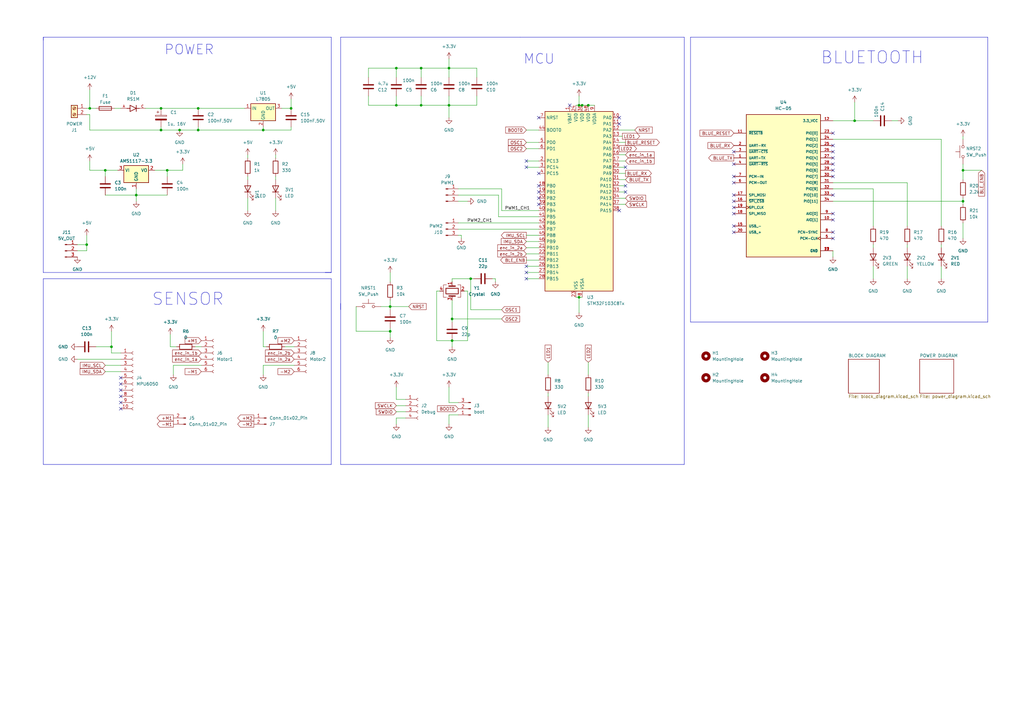
<source format=kicad_sch>
(kicad_sch (version 20230121) (generator eeschema)
  (paper "A3")
  (title_block (title "Snaaur Board") (date "14/6/2023") (rev "v0"))
  (junction (at 107.95 53.34))
  (junction (at 237.49 121.92))
  (junction (at 394.97 69.85))
  (junction (at 238.76 43.18))
  (junction (at 45.72 142.24))
  (junction (at 43.18 69.85))
  (junction (at 160.02 135.89))
  (junction (at 185.42 130.81))
  (junction (at 172.72 27.94))
  (junction (at 73.66 53.34))
  (junction (at 81.28 44.45))
  (junction (at 184.15 27.94))
  (junction (at 241.3 43.18))
  (junction (at 68.58 69.85))
  (junction (at 185.42 139.7))
  (junction (at 35.56 100.33))
  (junction (at 66.04 44.45))
  (junction (at 55.88 80.01))
  (junction (at 66.04 53.34))
  (junction (at 160.02 125.73))
  (junction (at 36.83 44.45))
  (junction (at 81.28 53.34))
  (junction (at 119.38 44.45))
  (junction (at 350.52 49.53))
  (junction (at 162.56 27.94))
  (junction (at 237.49 43.18))
  (junction (at 394.97 82.55))
  (junction (at 172.72 43.18))
  (junction (at 162.56 43.18))
  (junction (at 184.15 43.18))
  (junction (at 193.04 114.3))
  (no_connect (at 341.63 95.25))
  (no_connect (at 300.99 87.63))
  (no_connect (at 341.63 80.01))
  (no_connect (at 220.98 78.74))
  (no_connect (at 220.98 71.12))
  (no_connect (at 215.9 111.76))
  (no_connect (at 341.63 69.85))
  (no_connect (at 254 50.8))
  (no_connect (at 341.63 59.69))
  (no_connect (at 300.99 62.23))
  (no_connect (at 49.53 154.94))
  (no_connect (at 256.54 76.2))
  (no_connect (at 215.9 114.3))
  (no_connect (at 341.63 54.61))
  (no_connect (at 49.53 167.64))
  (no_connect (at 341.63 64.77))
  (no_connect (at 300.99 80.01))
  (no_connect (at 256.54 78.74))
  (no_connect (at 220.98 83.82))
  (no_connect (at 256.54 68.58))
  (no_connect (at 300.99 72.39))
  (no_connect (at 341.63 87.63))
  (no_connect (at 233.68 43.18))
  (no_connect (at 49.53 160.02))
  (no_connect (at 341.63 97.79))
  (no_connect (at 341.63 90.17))
  (no_connect (at 341.63 72.39))
  (no_connect (at 215.9 109.22))
  (no_connect (at 220.98 48.26))
  (no_connect (at 215.9 66.04))
  (no_connect (at 220.98 81.28))
  (no_connect (at 300.99 67.31))
  (no_connect (at 215.9 68.58))
  (no_connect (at 300.99 82.55))
  (no_connect (at 254 86.36))
  (no_connect (at 49.53 157.48))
  (no_connect (at 49.53 162.56))
  (no_connect (at 300.99 85.09))
  (no_connect (at 300.99 95.25))
  (no_connect (at 49.53 165.1))
  (no_connect (at 300.99 92.71))
  (no_connect (at 341.63 67.31))
  (no_connect (at 300.99 74.93))
  (no_connect (at 341.63 62.23))
  (no_connect (at 254 48.26))
  (no_connect (at 220.98 76.2))
  (polyline (pts (xy 17.78 114.3) (xy 135.89 114.3)))
  (wire (pts (xy 195.58 27.94) (xy 195.58 31.75)))
  (wire (pts (xy 224.79 161.29) (xy 224.79 162.56)))
  (wire (pts (xy 187.96 93.98) (xy 220.98 93.98)))
  (wire (pts (xy 215.9 114.3) (xy 220.98 114.3)))
  (wire (pts (xy 172.72 27.94) (xy 172.72 31.75)))
  (wire (pts (xy 172.72 39.37) (xy 172.72 43.18)))
  (wire (pts (xy 166.37 171.45) (xy 162.56 171.45)))
  (wire (pts (xy 120.65 149.86) (xy 107.95 149.86)))
  (wire (pts (xy 59.69 44.45) (xy 66.04 44.45)))
  (wire (pts (xy 45.72 144.78) (xy 45.72 142.24)))
  (wire (pts (xy 185.42 139.7) (xy 191.77 139.7)))
  (wire (pts (xy 66.04 52.07) (xy 66.04 53.34)))
  (wire (pts (xy 167.64 125.73) (xy 160.02 125.73)))
  (wire (pts (xy 224.79 148.59) (xy 224.79 153.67)))
  (wire (pts (xy 241.3 148.59) (xy 241.3 153.67)))
  (wire (pts (xy 160.02 111.76) (xy 160.02 115.57)))
  (polyline (pts (xy 283.21 132.08) (xy 405.13 132.08)))
  (wire (pts (xy 115.57 44.45) (xy 119.38 44.45)))
  (wire (pts (xy 237.49 39.37) (xy 237.49 43.18)))
  (wire (pts (xy 68.58 69.85) (xy 74.93 69.85)))
  (wire (pts (xy 36.83 44.45) (xy 39.37 44.45)))
  (wire (pts (xy 215.9 53.34) (xy 220.98 53.34)))
  (wire (pts (xy 189.23 96.52) (xy 189.23 97.79)))
  (wire (pts (xy 146.05 135.89) (xy 160.02 135.89)))
  (wire (pts (xy 35.56 96.52) (xy 35.56 100.33)))
  (wire (pts (xy 191.77 82.55) (xy 187.96 82.55)))
  (wire (pts (xy 184.15 158.75) (xy 184.15 165.1)))
  (wire (pts (xy 69.85 142.24) (xy 69.85 137.16)))
  (wire (pts (xy 162.56 168.91) (xy 166.37 168.91)))
  (wire (pts (xy 160.02 134.62) (xy 160.02 135.89)))
  (polyline (pts (xy 17.78 111.76) (xy 17.78 111.76)))
  (wire (pts (xy 71.12 149.86) (xy 71.12 153.67)))
  (wire (pts (xy 203.2 114.3) (xy 203.2 115.57)))
  (wire (pts (xy 254 83.82) (xy 256.54 83.82)))
  (wire (pts (xy 254 68.58) (xy 256.54 68.58)))
  (wire (pts (xy 386.08 57.15) (xy 341.63 57.15)))
  (wire (pts (xy 55.88 80.01) (xy 55.88 82.55)))
  (wire (pts (xy 184.15 173.99) (xy 184.15 170.18)))
  (wire (pts (xy 172.72 27.94) (xy 184.15 27.94)))
  (wire (pts (xy 224.79 170.18) (xy 224.79 175.26)))
  (wire (pts (xy 35.56 44.45) (xy 36.83 44.45)))
  (wire (pts (xy 237.49 121.92) (xy 237.49 128.27)))
  (polyline (pts (xy 280.67 15.24) (xy 280.67 190.5)))
  (wire (pts (xy 193.04 114.3) (xy 185.42 114.3)))
  (wire (pts (xy 358.14 109.22) (xy 358.14 114.3)))
  (polyline (pts (xy 139.7 190.5) (xy 139.7 124.46)))
  (wire (pts (xy 254 63.5) (xy 256.54 63.5)))
  (wire (pts (xy 151.13 27.94) (xy 162.56 27.94)))
  (wire (pts (xy 215.9 60.96) (xy 220.98 60.96)))
  (wire (pts (xy 162.56 158.75) (xy 162.56 163.83)))
  (wire (pts (xy 43.18 69.85) (xy 43.18 72.39)))
  (wire (pts (xy 394.97 69.85) (xy 402.59 69.85)))
  (wire (pts (xy 74.93 67.31) (xy 74.93 69.85)))
  (wire (pts (xy 66.04 53.34) (xy 73.66 53.34)))
  (wire (pts (xy 101.6 72.39) (xy 101.6 73.66)))
  (wire (pts (xy 69.85 142.24) (xy 72.39 142.24)))
  (wire (pts (xy 43.18 80.01) (xy 55.88 80.01)))
  (wire (pts (xy 81.28 53.34) (xy 107.95 53.34)))
  (wire (pts (xy 254 76.2) (xy 256.54 76.2)))
  (wire (pts (xy 120.65 142.24) (xy 116.84 142.24)))
  (polyline (pts (xy 135.89 190.5) (xy 135.89 114.3)))
  (wire (pts (xy 260.35 53.34) (xy 254 53.34)))
  (wire (pts (xy 184.15 27.94) (xy 195.58 27.94)))
  (wire (pts (xy 107.95 142.24) (xy 107.95 135.89)))
  (wire (pts (xy 184.15 24.13) (xy 184.15 27.94)))
  (wire (pts (xy 205.74 127) (xy 193.04 127)))
  (wire (pts (xy 190.5 119.38) (xy 191.77 119.38)))
  (wire (pts (xy 237.49 121.92) (xy 238.76 121.92)))
  (wire (pts (xy 205.74 86.36) (xy 220.98 86.36)))
  (polyline (pts (xy 135.89 111.76) (xy 135.89 15.24)))
  (wire (pts (xy 184.15 43.18) (xy 195.58 43.18)))
  (wire (pts (xy 372.11 74.93) (xy 372.11 92.71)))
  (wire (pts (xy 36.83 36.83) (xy 36.83 44.45)))
  (wire (pts (xy 35.56 102.87) (xy 35.56 100.33)))
  (wire (pts (xy 254 73.66) (xy 256.54 73.66)))
  (wire (pts (xy 358.14 77.47) (xy 341.63 77.47)))
  (wire (pts (xy 162.56 43.18) (xy 172.72 43.18)))
  (wire (pts (xy 215.9 66.04) (xy 220.98 66.04)))
  (wire (pts (xy 185.42 142.24) (xy 185.42 139.7)))
  (wire (pts (xy 341.63 49.53) (xy 350.52 49.53)))
  (wire (pts (xy 394.97 81.28) (xy 394.97 82.55)))
  (wire (pts (xy 146.05 125.73) (xy 146.05 135.89)))
  (wire (pts (xy 179.07 119.38) (xy 180.34 119.38)))
  (wire (pts (xy 394.97 57.15) (xy 394.97 55.88)))
  (wire (pts (xy 81.28 44.45) (xy 100.33 44.45)))
  (wire (pts (xy 254 78.74) (xy 256.54 78.74)))
  (wire (pts (xy 162.56 163.83) (xy 166.37 163.83)))
  (wire (pts (xy 101.6 81.28) (xy 101.6 86.36)))
  (wire (pts (xy 205.74 77.47) (xy 205.74 86.36)))
  (polyline (pts (xy 17.78 15.24) (xy 17.78 16.51)))
  (wire (pts (xy 350.52 41.91) (xy 350.52 49.53)))
  (wire (pts (xy 358.14 77.47) (xy 358.14 92.71)))
  (wire (pts (xy 187.96 91.44) (xy 220.98 91.44)))
  (wire (pts (xy 394.97 82.55) (xy 394.97 83.82)))
  (wire (pts (xy 46.99 44.45) (xy 49.53 44.45)))
  (wire (pts (xy 43.18 152.4) (xy 49.53 152.4)))
  (wire (pts (xy 386.08 109.22) (xy 386.08 114.3)))
  (wire (pts (xy 185.42 123.19) (xy 185.42 130.81)))
  (wire (pts (xy 184.15 43.18) (xy 184.15 48.26)))
  (wire (pts (xy 187.96 80.01) (xy 204.47 80.01)))
  (wire (pts (xy 185.42 130.81) (xy 185.42 132.08)))
  (wire (pts (xy 241.3 170.18) (xy 241.3 175.26)))
  (wire (pts (xy 31.75 147.32) (xy 49.53 147.32)))
  (wire (pts (xy 113.03 63.5) (xy 113.03 64.77)))
  (wire (pts (xy 109.22 142.24) (xy 107.95 142.24)))
  (polyline (pts (xy 405.13 15.24) (xy 283.21 15.24)))
  (wire (pts (xy 184.15 39.37) (xy 184.15 43.18)))
  (wire (pts (xy 113.03 72.39) (xy 113.03 73.66)))
  (wire (pts (xy 151.13 27.94) (xy 151.13 31.75)))
  (wire (pts (xy 36.83 53.34) (xy 66.04 53.34)))
  (wire (pts (xy 368.3 49.53) (xy 365.76 49.53)))
  (polyline (pts (xy 280.67 190.5) (xy 139.7 190.5)))
  (wire (pts (xy 386.08 100.33) (xy 386.08 101.6)))
  (wire (pts (xy 187.96 77.47) (xy 205.74 77.47)))
  (wire (pts (xy 185.42 114.3) (xy 185.42 115.57)))
  (wire (pts (xy 238.76 43.18) (xy 241.3 43.18)))
  (wire (pts (xy 254 81.28) (xy 256.54 81.28)))
  (wire (pts (xy 43.18 69.85) (xy 48.26 69.85)))
  (polyline (pts (xy 135.89 15.24) (xy 17.78 15.24)))
  (wire (pts (xy 215.9 106.68) (xy 220.98 106.68)))
  (wire (pts (xy 195.58 39.37) (xy 195.58 43.18)))
  (wire (pts (xy 162.56 166.37) (xy 166.37 166.37)))
  (polyline (pts (xy 17.78 114.3) (xy 17.78 190.5)))
  (wire (pts (xy 151.13 43.18) (xy 151.13 39.37)))
  (wire (pts (xy 254 58.42) (xy 256.54 58.42)))
  (wire (pts (xy 237.49 43.18) (xy 238.76 43.18)))
  (polyline (pts (xy 213.36 15.24) (xy 139.7 15.24)))
  (wire (pts (xy 107.95 53.34) (xy 107.95 52.07)))
  (wire (pts (xy 160.02 123.19) (xy 160.02 125.73)))
  (polyline (pts (xy 405.13 132.08) (xy 405.13 15.24)))
  (wire (pts (xy 215.9 104.14) (xy 220.98 104.14)))
  (wire (pts (xy 204.47 88.9) (xy 220.98 88.9)))
  (wire (pts (xy 39.37 142.24) (xy 45.72 142.24)))
  (wire (pts (xy 341.63 74.93) (xy 372.11 74.93)))
  (wire (pts (xy 372.11 109.22) (xy 372.11 114.3)))
  (wire (pts (xy 358.14 100.33) (xy 358.14 101.6)))
  (wire (pts (xy 394.97 69.85) (xy 394.97 67.31)))
  (wire (pts (xy 179.07 139.7) (xy 185.42 139.7)))
  (wire (pts (xy 254 66.04) (xy 256.54 66.04)))
  (wire (pts (xy 119.38 40.64) (xy 119.38 44.45)))
  (wire (pts (xy 386.08 92.71) (xy 386.08 57.15)))
  (polyline (pts (xy 213.36 15.24) (xy 280.67 15.24)))
  (wire (pts (xy 36.83 66.04) (xy 36.83 69.85)))
  (wire (pts (xy 162.56 27.94) (xy 172.72 27.94)))
  (wire (pts (xy 55.88 77.47) (xy 55.88 80.01)))
  (wire (pts (xy 350.52 49.53) (xy 358.14 49.53)))
  (wire (pts (xy 162.56 171.45) (xy 162.56 173.99)))
  (wire (pts (xy 201.93 114.3) (xy 203.2 114.3)))
  (wire (pts (xy 184.15 165.1) (xy 187.96 165.1)))
  (wire (pts (xy 215.9 68.58) (xy 220.98 68.58)))
  (wire (pts (xy 191.77 119.38) (xy 191.77 139.7)))
  (wire (pts (xy 372.11 100.33) (xy 372.11 101.6)))
  (wire (pts (xy 185.42 130.81) (xy 205.74 130.81)))
  (wire (pts (xy 63.5 69.85) (xy 68.58 69.85)))
  (wire (pts (xy 194.31 114.3) (xy 193.04 114.3)))
  (wire (pts (xy 82.55 142.24) (xy 80.01 142.24)))
  (wire (pts (xy 241.3 43.18) (xy 243.84 43.18)))
  (wire (pts (xy 82.55 149.86) (xy 71.12 149.86)))
  (polyline (pts (xy 133.35 111.76) (xy 135.89 111.76)))
  (wire (pts (xy 394.97 73.66) (xy 394.97 69.85)))
  (polyline (pts (xy 139.7 15.24) (xy 139.7 127)))
  (wire (pts (xy 49.53 144.78) (xy 45.72 144.78)))
  (wire (pts (xy 236.22 121.92) (xy 237.49 121.92)))
  (wire (pts (xy 66.04 44.45) (xy 81.28 44.45)))
  (wire (pts (xy 113.03 81.28) (xy 113.03 86.36)))
  (wire (pts (xy 341.63 82.55) (xy 394.97 82.55)))
  (wire (pts (xy 36.83 69.85) (xy 43.18 69.85)))
  (wire (pts (xy 156.21 125.73) (xy 160.02 125.73)))
  (wire (pts (xy 101.6 63.5) (xy 101.6 64.77)))
  (wire (pts (xy 394.97 91.44) (xy 394.97 97.79)))
  (polyline (pts (xy 17.78 190.5) (xy 135.89 190.5)))
  (wire (pts (xy 179.07 119.38) (xy 179.07 139.7)))
  (wire (pts (xy 215.9 101.6) (xy 220.98 101.6)))
  (wire (pts (xy 172.72 43.18) (xy 184.15 43.18)))
  (wire (pts (xy 215.9 58.42) (xy 220.98 58.42)))
  (wire (pts (xy 187.96 96.52) (xy 189.23 96.52)))
  (wire (pts (xy 81.28 52.07) (xy 81.28 53.34)))
  (wire (pts (xy 215.9 111.76) (xy 220.98 111.76)))
  (wire (pts (xy 35.56 100.33) (xy 31.75 100.33)))
  (wire (pts (xy 215.9 96.52) (xy 220.98 96.52)))
  (wire (pts (xy 236.22 43.18) (xy 237.49 43.18)))
  (wire (pts (xy 184.15 170.18) (xy 187.96 170.18)))
  (wire (pts (xy 151.13 43.18) (xy 162.56 43.18)))
  (wire (pts (xy 73.66 53.34) (xy 81.28 53.34)))
  (wire (pts (xy 31.75 102.87) (xy 35.56 102.87)))
  (wire (pts (xy 55.88 80.01) (xy 68.58 80.01)))
  (wire (pts (xy 241.3 161.29) (xy 241.3 162.56)))
  (wire (pts (xy 107.95 53.34) (xy 119.38 53.34)))
  (wire (pts (xy 160.02 135.89) (xy 160.02 138.43)))
  (wire (pts (xy 68.58 69.85) (xy 68.58 72.39)))
  (wire (pts (xy 107.95 149.86) (xy 107.95 153.67)))
  (wire (pts (xy 36.83 46.99) (xy 36.83 53.34)))
  (polyline (pts (xy 17.78 15.24) (xy 17.78 111.76)))
  (wire (pts (xy 160.02 125.73) (xy 160.02 127)))
  (wire (pts (xy 162.56 39.37) (xy 162.56 43.18)))
  (wire (pts (xy 184.15 27.94) (xy 184.15 31.75)))
  (polyline (pts (xy 135.89 111.76) (xy 17.78 111.76)))
  (wire (pts (xy 341.63 105.41) (xy 341.63 102.87)))
  (wire (pts (xy 204.47 80.01) (xy 204.47 88.9)))
  (wire (pts (xy 162.56 27.94) (xy 162.56 31.75)))
  (wire (pts (xy 119.38 52.07) (xy 119.38 53.34)))
  (polyline (pts (xy 283.21 15.24) (xy 283.21 132.08)))
  (wire (pts (xy 45.72 142.24) (xy 45.72 135.89)))
  (wire (pts (xy 193.04 127) (xy 193.04 114.3)))
  (wire (pts (xy 254 55.88) (xy 255.27 55.88)))
  (wire (pts (xy 254 71.12) (xy 256.54 71.12)))
  (wire (pts (xy 35.56 46.99) (xy 36.83 46.99)))
  (wire (pts (xy 215.9 109.22) (xy 220.98 109.22)))
  (wire (pts (xy 43.18 149.86) (xy 49.53 149.86)))
  (wire (pts (xy 215.9 99.06) (xy 220.98 99.06)))
  (text "BLUETOOTH\n" (at 336.55 26.67 0) (effects (font (size 5 5)) (justify left bottom)))
  (text "\n" (at 190.5 77.47 0) (effects (font (size 1.27 1.27)) (justify left bottom)))
  (text "MCU" (at 214.63 26.67 0) (effects (font (size 4 4)) (justify left bottom)))
  (text "SENSOR" (at 62.23 125.73 0) (effects (font (size 5 5)) (justify left bottom)))
  (text "POWER" (at 67.31 22.86 0) (effects (font (size 4 4)) (justify left bottom)))
  (text "\n" (at 195.58 93.98 0) (effects (font (size 1.27 1.27)) (justify left bottom)))
  (label "PWM2_CH1" (at 201.93 91.44 180))
  (label "PWM1_CH1" (at 207.01 86.36 0))
  (global_label "+M2" (shape output) (at 104.14 171.45 180) (property "Intersheetrefs" "${INTERSHEET_REFS}" (effects hide)))
  (global_label "enc_in_2b" (shape input) (at 215.9 104.14 180) (property "Intersheetrefs" "${INTERSHEET_REFS}" (effects hide)))
  (global_label "+M1" (shape input) (at 82.55 139.7 180) (property "Intersheetrefs" "${INTERSHEET_REFS}" (effects hide)))
  (global_label "IMU_SCL" (shape output) (at 215.9 96.52 180) (property "Intersheetrefs" "${INTERSHEET_REFS}" (effects hide)))
  (global_label "BLE_ENB" (shape input) (at 402.59 69.85 270) (property "Intersheetrefs" "${INTERSHEET_REFS}" (effects hide)))
  (global_label "enc_in_1a" (shape input) (at 256.54 63.5 0) (property "Intersheetrefs" "${INTERSHEET_REFS}" (effects hide)))
  (global_label "BOOT0" (shape input) (at 215.9 53.34 180) (property "Intersheetrefs" "${INTERSHEET_REFS}" (effects hide)))
  (global_label "BOOT0" (shape input) (at 187.96 167.64 180) (property "Intersheetrefs" "${INTERSHEET_REFS}" (effects hide)))
  (global_label "+M2" (shape input) (at 120.65 139.7 180) (property "Intersheetrefs" "${INTERSHEET_REFS}" (effects hide)))
  (global_label "BLUE_RESET" (shape input) (at 300.99 54.61 180) (property "Intersheetrefs" "${INTERSHEET_REFS}" (effects hide)))
  (global_label "LED2" (shape input) (at 241.3 148.59 90) (property "Intersheetrefs" "${INTERSHEET_REFS}" (effects hide)))
  (global_label "NRST" (shape input) (at 260.35 53.34 0) (property "Intersheetrefs" "${INTERSHEET_REFS}" (effects hide)))
  (global_label "OSC1" (shape input) (at 215.9 58.42 180) (property "Intersheetrefs" "${INTERSHEET_REFS}" (effects hide)))
  (global_label "-M1" (shape output) (at 71.12 173.99 180) (property "Intersheetrefs" "${INTERSHEET_REFS}" (effects hide)))
  (global_label "-M1" (shape input) (at 82.55 152.4 180) (property "Intersheetrefs" "${INTERSHEET_REFS}" (effects hide)))
  (global_label "BLUE_TX" (shape output) (at 300.99 64.77 180) (property "Intersheetrefs" "${INTERSHEET_REFS}" (effects hide)))
  (global_label "OSC2" (shape input) (at 215.9 60.96 180) (property "Intersheetrefs" "${INTERSHEET_REFS}" (effects hide)))
  (global_label "LED1" (shape output) (at 255.27 55.88 0) (property "Intersheetrefs" "${INTERSHEET_REFS}" (effects hide)))
  (global_label "SWDIO" (shape input) (at 162.56 168.91 180) (property "Intersheetrefs" "${INTERSHEET_REFS}" (effects hide)))
  (global_label "BLUE_RX" (shape input) (at 300.99 59.69 180) (property "Intersheetrefs" "${INTERSHEET_REFS}" (effects hide)))
  (global_label "BLE_ENB" (shape output) (at 215.9 106.68 180) (property "Intersheetrefs" "${INTERSHEET_REFS}" (effects hide)))
  (global_label "OSC2" (shape input) (at 205.74 130.81 0) (property "Intersheetrefs" "${INTERSHEET_REFS}" (effects hide)))
  (global_label "-M2" (shape input) (at 120.65 152.4 180) (property "Intersheetrefs" "${INTERSHEET_REFS}" (effects hide)))
  (global_label "+M1" (shape output) (at 71.12 171.45 180) (property "Intersheetrefs" "${INTERSHEET_REFS}" (effects hide)))
  (global_label "SWDIO" (shape input) (at 256.54 81.28 0) (property "Intersheetrefs" "${INTERSHEET_REFS}" (effects hide)))
  (global_label "enc_in_2b" (shape input) (at 120.65 144.78 180) (property "Intersheetrefs" "${INTERSHEET_REFS}" (effects hide)))
  (global_label "SWCLK" (shape input) (at 256.54 83.82 0) (property "Intersheetrefs" "${INTERSHEET_REFS}" (effects hide)))
  (global_label "LED1" (shape input) (at 224.79 148.59 90) (property "Intersheetrefs" "${INTERSHEET_REFS}" (effects hide)))
  (global_label "OSC1" (shape input) (at 205.74 127 0) (property "Intersheetrefs" "${INTERSHEET_REFS}" (effects hide)))
  (global_label "IMU_SDA" (shape input) (at 43.18 152.4 180) (property "Intersheetrefs" "${INTERSHEET_REFS}" (effects hide)))
  (global_label "SWCLK" (shape input) (at 162.56 166.37 180) (property "Intersheetrefs" "${INTERSHEET_REFS}" (effects hide)))
  (global_label "BLUE_RESET" (shape output) (at 256.54 58.42 0) (property "Intersheetrefs" "${INTERSHEET_REFS}" (effects hide)))
  (global_label "NRST" (shape input) (at 167.64 125.73 0) (property "Intersheetrefs" "${INTERSHEET_REFS}" (effects hide)))
  (global_label "BLUE_RX" (shape output) (at 256.54 71.12 0) (property "Intersheetrefs" "${INTERSHEET_REFS}" (effects hide)))
  (global_label "LED2" (shape output) (at 254 60.96 0) (property "Intersheetrefs" "${INTERSHEET_REFS}" (effects hide)))
  (global_label "enc_in_1b" (shape input) (at 82.55 144.78 180) (property "Intersheetrefs" "${INTERSHEET_REFS}" (effects hide)))
  (global_label "enc_in_2a" (shape input) (at 215.9 101.6 180) (property "Intersheetrefs" "${INTERSHEET_REFS}" (effects hide)))
  (global_label "BLUE_TX" (shape input) (at 256.54 73.66 0) (property "Intersheetrefs" "${INTERSHEET_REFS}" (effects hide)))
  (global_label "enc_in_1a" (shape input) (at 82.55 147.32 180) (property "Intersheetrefs" "${INTERSHEET_REFS}" (effects hide)))
  (global_label "enc_in_1b" (shape input) (at 256.54 66.04 0) (property "Intersheetrefs" "${INTERSHEET_REFS}" (effects hide)))
  (global_label "IMU_SCL" (shape input) (at 43.18 149.86 180) (property "Intersheetrefs" "${INTERSHEET_REFS}" (effects hide)))
  (global_label "enc_in_2a" (shape input) (at 120.65 147.32 180) (property "Intersheetrefs" "${INTERSHEET_REFS}" (effects hide)))
  (global_label "-M2" (shape output) (at 104.14 173.99 180) (property "Intersheetrefs" "${INTERSHEET_REFS}" (effects hide)))
  (global_label "IMU_SDA" (shape input) (at 215.9 99.06 180) (property "Intersheetrefs" "${INTERSHEET_REFS}" (effects hide)))
  (symbol (lib_id "Device:R") (at 113.03 68.58 0) (unit 1)
    (property "Reference" "R2" (at 115.57 67.31 0) (effects (justify left)))
    (property "Value" "330" (at 115.57 69.85 0) (effects (justify left)))
    (property "Footprint" "Resistor_SMD:R_0603_1608Metric_Pad0.98x0.95mm_HandSolder" (effects hide))
  )
  (symbol (lib_id "power:+3.3V") (at 45.72 135.89 0) (unit 1)
    (property "Reference" "#PWR042" (effects hide))
    (property "Value" "+3.3V" (at 45.72 130.81 0))
  )
  (symbol (lib_id "Connector:Conn_01x06_Socket") (at 87.63 144.78 0) (unit 1)
    (property "Reference" "J6" (at 88.9 144.78 0) (effects (justify left)))
    (property "Value" "Motor1" (at 88.9 147.32 0) (effects (justify left)))
    (property "Footprint" "Connector_PinHeader_2.54mm:PinHeader_1x06_P2.54mm_Vertical" (effects hide))
  )
  (symbol (lib_id "power:+5V") (at 36.83 66.04 0) (unit 1)
    (property "Reference" "#PWR06" (effects hide))
    (property "Value" "+5V" (at 36.83 60.96 0))
  )
  (symbol (lib_id "power:GND") (at 341.63 105.41 0) (unit 1)
    (property "Reference" "#PWR024" (effects hide))
    (property "Value" "GND" (at 341.63 110.49 0))
  )
  (symbol (lib_id "power:GND") (at 113.03 86.36 0) (unit 1)
    (property "Reference" "#PWR010" (effects hide))
    (property "Value" "GND" (at 113.03 91.44 0))
  )
  (symbol (lib_id "Device:LED") (at 372.11 105.41 90) (unit 1)
    (property "Reference" "2V2" (at 375.92 105.7275 90) (effects (justify right)))
    (property "Value" "YELLOW" (at 375.92 108.2675 90) (effects (justify right)))
    (property "Footprint" "LED_SMD:LED_0603_1608Metric_Pad1.05x0.95mm_HandSolder" (effects hide))
  )
  (symbol (lib_id "Device:R") (at 386.08 96.52 0) (unit 1)
    (property "Reference" "R16" (at 388.62 95.25 0) (effects (justify left)))
    (property "Value" "470" (at 388.62 97.79 0) (effects (justify left)))
    (property "Footprint" "Resistor_SMD:R_0603_1608Metric_Pad0.98x0.95mm_HandSolder" (effects hide))
  )
  (symbol (lib_id "power:GND") (at 372.11 114.3 0) (unit 1)
    (property "Reference" "#PWR050" (effects hide))
    (property "Value" "GND" (at 372.11 119.38 0))
  )
  (symbol (lib_id "Device:R") (at 101.6 68.58 0) (unit 1)
    (property "Reference" "R1" (at 104.14 67.31 0) (effects (justify left)))
    (property "Value" "1k" (at 104.14 69.85 0) (effects (justify left)))
    (property "Footprint" "Resistor_SMD:R_0603_1608Metric_Pad0.98x0.95mm_HandSolder" (effects hide))
  )
  (symbol (lib_id "Connector:Conn_01x02_Pin") (at 76.2 173.99 180) (unit 1)
    (property "Reference" "J5" (at 77.47 171.45 0) (effects (justify right)))
    (property "Value" "Conn_01x02_Pin" (at 77.47 173.99 0) (effects (justify right)))
    (property "Footprint" "Connector_PinHeader_2.54mm:PinHeader_1x02_P2.54mm_Vertical" (effects hide))
  )
  (symbol (lib_id "Device:LED") (at 241.3 166.37 90) (unit 1)
    (property "Reference" "5V3" (at 245.11 166.6875 90) (effects (justify right)))
    (property "Value" "LED" (at 245.11 169.2275 90) (effects (justify right)))
    (property "Footprint" "LED_SMD:LED_0603_1608Metric_Pad1.05x0.95mm_HandSolder" (effects hide))
  )
  (symbol (lib_id "power:GND") (at 203.2 115.57 0) (unit 1)
    (property "Reference" "#PWR09" (effects hide))
    (property "Value" "GND" (at 203.2 120.65 0))
  )
  (symbol (lib_id "Device:C") (at 81.28 48.26 180) (unit 1)
    (property "Reference" "C2" (at 85.09 46.99 0) (effects (justify right)))
    (property "Value" "100nF,50V" (at 85.09 49.53 0) (effects (justify right)))
    (property "Footprint" "Capacitor_SMD:C_0603_1608Metric_Pad1.08x0.95mm_HandSolder" (effects hide))
  )
  (symbol (lib_id "Device:LED") (at 386.08 105.41 90) (unit 1)
    (property "Reference" "2V1" (at 389.89 105.7275 90) (effects (justify right)))
    (property "Value" "RED" (at 389.89 108.2675 90) (effects (justify right)))
    (property "Footprint" "LED_SMD:LED_0603_1608Metric_Pad1.05x0.95mm_HandSolder" (effects hide))
  )
  (symbol (lib_id "Device:R") (at 113.03 142.24 90) (unit 1)
    (property "Reference" "R7" (at 113.03 135.89 90))
    (property "Value" "0" (at 113.03 138.43 90))
    (property "Footprint" "Resistor_SMD:R_0603_1608Metric_Pad0.98x0.95mm_HandSolder" (effects hide))
  )
  (symbol (lib_id "Device:C") (at 172.72 35.56 0) (mirror y) (unit 1)
    (property "Reference" "C6" (at 176.53 36.83 0) (effects (justify right)))
    (property "Value" "100n" (at 176.53 34.29 0) (effects (justify right)))
    (property "Footprint" "Capacitor_SMD:C_0603_1608Metric_Pad1.08x0.95mm_HandSolder" (effects hide))
  )
  (symbol (lib_id "power:GND") (at 31.75 147.32 270) (unit 1)
    (property "Reference" "#PWR041" (effects hide))
    (property "Value" "GND" (at 27.94 147.32 90) (effects (justify right)))
  )
  (symbol (lib_id "power:+3.3V") (at 394.97 55.88 0) (unit 1)
    (property "Reference" "#PWR052" (effects hide))
    (property "Value" "+3.3V" (at 394.97 50.8 0))
  )
  (symbol (lib_id "Connector:Conn_01x03_Pin") (at 182.88 80.01 0) (unit 1)
    (property "Reference" "J9" (at 183.515 72.39 0))
    (property "Value" "PWM1" (at 183.515 74.93 0))
    (property "Footprint" "Connector:FanPinHeader_1x03_P2.54mm_Vertical" (effects hide))
  )
  (symbol (lib_id "Switch:SW_Push") (at 151.13 125.73 0) (unit 1)
    (property "Reference" "NRST1" (at 151.13 118.11 0))
    (property "Value" "SW_Push" (at 151.13 120.65 0))
    (property "Footprint" "Button_Switch_SMD:SW_DIP_SPSTx01_Slide_6.7x4.1mm_W6.73mm_P2.54mm_LowProfile_JPin" (effects hide))
  )
  (symbol (lib_id "MCU_ST_STM32F1:STM32F103C8Tx") (at 236.22 83.82 0) (unit 1)
    (property "Reference" "U3" (at 240.7159 121.92 0) (effects (justify left)))
    (property "Value" "STM32F103C8Tx" (at 240.7159 124.46 0) (effects (justify left)))
    (property "Footprint" "Package_QFP:LQFP-48_7x7mm_P0.5mm" (effects hide))
    (property "Datasheet" "https://www.st.com/resource/en/datasheet/stm32f103c8.pdf" (effects hide))
  )
  (symbol (lib_id "Device:R") (at 76.2 142.24 90) (unit 1)
    (property "Reference" "R6" (at 76.2 135.89 90))
    (property "Value" "0" (at 76.2 138.43 90))
    (property "Footprint" "Resistor_SMD:R_0603_1608Metric_Pad0.98x0.95mm_HandSolder" (effects hide))
  )
  (symbol (lib_id "RS1M:RS1M") (at 54.61 44.45 0) (unit 1)
    (property "Reference" "D1" (at 54.61 38.1 0))
    (property "Value" "RS1M" (at 54.61 40.64 0))
    (property "Footprint" "RS1M:DIOM4330X250N" (effects hide))
    (property "PARTREV" "1.0" (effects hide))
    (property "MANUFACTURER" "Taiwan Semiconductor" (effects hide))
    (property "SNAPEDA_PN" "RS1A" (effects hide))
    (property "MAXIMUM_PACKAGE_HEIGHT" "2.5mm" (effects hide))
    (property "STANDARD" "IPC-7351B" (effects hide))
  )
  (symbol (lib_id "Device:LED") (at 358.14 105.41 90) (unit 1)
    (property "Reference" "2V3" (at 361.95 105.7275 90) (effects (justify right)))
    (property "Value" "GREEN" (at 361.95 108.2675 90) (effects (justify right)))
    (property "Footprint" "LED_SMD:LED_0603_1608Metric_Pad1.05x0.95mm_HandSolder" (effects hide))
  )
  (symbol (lib_id "Device:LED") (at 224.79 166.37 90) (unit 1)
    (property "Reference" "5V2" (at 228.6 166.6875 90) (effects (justify right)))
    (property "Value" "LED" (at 228.6 169.2275 90) (effects (justify right)))
    (property "Footprint" "LED_SMD:LED_0603_1608Metric_Pad1.05x0.95mm_HandSolder" (effects hide))
  )
  (symbol (lib_id "Device:C") (at 184.15 35.56 0) (mirror y) (unit 1)
    (property "Reference" "C8" (at 187.96 36.83 0) (effects (justify right)))
    (property "Value" "100n" (at 187.96 34.29 0) (effects (justify right)))
    (property "Footprint" "Capacitor_SMD:C_0603_1608Metric_Pad1.08x0.95mm_HandSolder" (effects hide))
  )
  (symbol (lib_id "power:+12V") (at 36.83 36.83 0) (unit 1)
    (property "Reference" "#PWR01" (effects hide))
    (property "Value" "+12V" (at 36.83 31.75 0))
  )
  (symbol (lib_id "Device:C") (at 68.58 76.2 180) (unit 1)
    (property "Reference" "C4" (at 72.39 74.93 0) (effects (justify right)))
    (property "Value" "100n" (at 72.39 77.47 0) (effects (justify right)))
    (property "Footprint" "Capacitor_SMD:C_0603_1608Metric_Pad1.08x0.95mm_HandSolder" (effects hide))
  )
  (symbol (lib_id "power:GND") (at 241.3 175.26 0) (unit 1)
    (property "Reference" "#PWR039" (effects hide))
    (property "Value" "GND" (at 241.3 180.34 0))
  )
  (symbol (lib_id "power:+5V") (at 101.6 63.5 0) (unit 1)
    (property "Reference" "#PWR04" (effects hide))
    (property "Value" "+5V" (at 101.6 58.42 0))
  )
  (symbol (lib_id "Connector:Conn_01x03_Pin") (at 182.88 93.98 0) (unit 1)
    (property "Reference" "J10" (at 181.61 95.25 0) (effects (justify right)))
    (property "Value" "PWM2" (at 181.61 92.71 0) (effects (justify right)))
    (property "Footprint" "Connector:FanPinHeader_1x03_P2.54mm_Vertical" (effects hide))
  )
  (symbol (lib_id "Device:R") (at 224.79 157.48 0) (unit 1)
    (property "Reference" "R8" (at 227.33 156.21 0) (effects (justify left)))
    (property "Value" "330" (at 227.33 158.75 0) (effects (justify left)))
    (property "Footprint" "Resistor_SMD:R_0603_1608Metric_Pad0.98x0.95mm_HandSolder" (effects hide))
  )
  (symbol (lib_id "Connector:Conn_01x06_Socket") (at 125.73 144.78 0) (unit 1)
    (property "Reference" "J8" (at 127 144.78 0) (effects (justify left)))
    (property "Value" "Motor2" (at 127 147.32 0) (effects (justify left)))
    (property "Footprint" "Connector_PinHeader_2.54mm:PinHeader_1x06_P2.54mm_Vertical" (effects hide))
  )
  (symbol (lib_id "Device:R") (at 372.11 96.52 0) (unit 1)
    (property "Reference" "R17" (at 374.65 95.25 0) (effects (justify left)))
    (property "Value" "470" (at 374.65 97.79 0) (effects (justify left)))
    (property "Footprint" "Resistor_SMD:R_0603_1608Metric_Pad0.98x0.95mm_HandSolder" (effects hide))
  )
  (symbol (lib_id "Device:C") (at 361.95 49.53 270) (unit 1)
    (property "Reference" "C14" (at 361.95 45.72 0) (effects (justify right)))
    (property "Value" "100n" (at 359.41 48.26 0) (effects (justify right)))
    (property "Footprint" "Capacitor_SMD:C_0603_1608Metric_Pad1.08x0.95mm_HandSolder" (effects hide))
  )
  (symbol (lib_id "Connector:Conn_01x03_Pin") (at 26.67 102.87 0) (unit 1)
    (property "Reference" "J11" (at 27.305 95.25 0))
    (property "Value" "5V_OUT" (at 27.305 97.79 0))
    (property "Footprint" "Connector_PinHeader_2.54mm:PinHeader_1x03_P2.54mm_Vertical" (effects hide))
  )
  (symbol (lib_id "Device:R") (at 394.97 87.63 0) (unit 1)
    (property "Reference" "R21" (at 397.51 86.36 0) (effects (justify left)))
    (property "Value" "10k" (at 397.51 88.9 0) (effects (justify left)))
    (property "Footprint" "Resistor_SMD:R_0603_1608Metric_Pad0.98x0.95mm_HandSolder" (effects hide))
  )
  (symbol (lib_id "power:+3.3V") (at 69.85 137.16 0) (unit 1)
    (property "Reference" "#PWR043" (effects hide))
    (property "Value" "+3.3V" (at 69.85 132.08 0))
  )
  (symbol (lib_id "power:+3.3V") (at 237.49 39.37 0) (unit 1)
    (property "Reference" "#PWR020" (effects hide))
    (property "Value" "+3.3V" (at 237.49 34.29 0))
  )
  (symbol (lib_id "power:GND") (at 162.56 173.99 0) (unit 1)
    (property "Reference" "#PWR012" (effects hide))
    (property "Value" "GND" (at 162.56 179.07 0))
  )
  (symbol (lib_id "power:+3.3V") (at 160.02 111.76 0) (unit 1)
    (property "Reference" "#PWR013" (effects hide))
    (property "Value" "+3.3V" (at 160.02 106.68 0))
  )
  (symbol (lib_id "power:GND") (at 184.15 173.99 0) (unit 1)
    (property "Reference" "#PWR018" (effects hide))
    (property "Value" "GND" (at 184.15 179.07 0))
  )
  (symbol (lib_id "power:+3.3V") (at 184.15 24.13 0) (unit 1)
    (property "Reference" "#PWR015" (effects hide))
    (property "Value" "+3.3V" (at 184.15 19.05 0))
  )
  (symbol (lib_id "Connector:Screw_Terminal_01x02") (at 30.48 44.45 0) (mirror y) (unit 1)
    (property "Reference" "J1" (at 30.48 53.34 0))
    (property "Value" "POWER" (at 30.48 50.8 0))
    (property "Footprint" "TerminalBlock:TerminalBlock_Altech_AK300-2_P5.00mm" (effects hide))
  )
  (symbol (lib_id "power:GND") (at 191.77 82.55 90) (unit 1)
    (property "Reference" "#PWR061" (effects hide))
    (property "Value" "GND" (at 195.58 82.55 90) (effects (justify right)))
  )
  (symbol (lib_id "power:+5V") (at 119.38 40.64 0) (unit 1)
    (property "Reference" "#PWR03" (effects hide))
    (property "Value" "+5V" (at 119.38 35.56 0))
  )
  (symbol (lib_id "power:GND") (at 237.49 128.27 0) (unit 1)
    (property "Reference" "#PWR021" (effects hide))
    (property "Value" "GND" (at 237.49 133.35 0))
  )
  (symbol (lib_id "Device:R") (at 160.02 119.38 0) (unit 1)
    (property "Reference" "R3" (at 162.56 118.11 0) (effects (justify left)))
    (property "Value" "10k" (at 162.56 120.65 0) (effects (justify left)))
    (property "Footprint" "Resistor_SMD:R_0603_1608Metric_Pad0.98x0.95mm_HandSolder" (effects hide))
  )
  (symbol (lib_id "Device:C") (at 195.58 35.56 0) (mirror y) (unit 1)
    (property "Reference" "C10" (at 199.39 36.83 0) (effects (justify right)))
    (property "Value" "100n" (at 199.39 34.29 0) (effects (justify right)))
    (property "Footprint" "Capacitor_SMD:C_0603_1608Metric_Pad1.08x0.95mm_HandSolder" (effects hide))
  )
  (symbol (lib_id "Mechanical:MountingHole") (at 313.69 154.94 0) (unit 1)
    (property "Reference" "H4" (at 316.23 153.67 0) (effects (justify left)))
    (property "Value" "MountingHole" (at 316.23 156.21 0) (effects (justify left)))
    (property "Footprint" "MountingHole:MountingHole_3.5mm" (effects hide))
  )
  (symbol (lib_id "power:GND") (at 224.79 175.26 0) (unit 1)
    (property "Reference" "#PWR038" (effects hide))
    (property "Value" "GND" (at 224.79 180.34 0))
  )
  (symbol (lib_id "Device:C_Polarized") (at 66.04 48.26 0) (unit 1)
    (property "Reference" "C1" (at 69.85 46.101 0) (effects (justify left)))
    (property "Value" "1u, 16V" (at 68.58 50.8 0) (effects (justify left)))
    (property "Footprint" "Capacitor_Tantalum_SMD:CP_EIA-3216-18_Kemet-A_Pad1.58x1.35mm_HandSolder" (effects hide))
  )
  (symbol (lib_id "Regulator_Linear:AMS1117-3.3") (at 55.88 69.85 0) (unit 1)
    (property "Reference" "U2" (at 55.88 63.5 0))
    (property "Value" "AMS1117-3.3" (at 55.88 66.04 0))
    (property "Footprint" "Package_TO_SOT_SMD:SOT-223-3_TabPin2" (effects hide))
    (property "Datasheet" "http://www.advanced-monolithic.com/pdf/ds1117.pdf" (effects hide))
  )
  (symbol (lib_id "power:GND") (at 71.12 153.67 0) (unit 1)
    (property "Reference" "#PWR044" (effects hide))
    (property "Value" "GND" (at 71.12 158.75 0))
  )
  (symbol (lib_id "Device:C") (at 43.18 76.2 180) (unit 1)
    (property "Reference" "C3" (at 46.99 74.93 0) (effects (justify right)))
    (property "Value" "100n" (at 46.99 77.47 0) (effects (justify right)))
    (property "Footprint" "Capacitor_SMD:C_0603_1608Metric_Pad1.08x0.95mm_HandSolder" (effects hide))
  )
  (symbol (lib_id "power:+3.3V") (at 107.95 135.89 0) (unit 1)
    (property "Reference" "#PWR047" (effects hide))
    (property "Value" "+3.3V" (at 107.95 130.81 0))
  )
  (symbol (lib_id "power:GND") (at 73.66 53.34 0) (unit 1)
    (property "Reference" "#PWR02" (effects hide))
    (property "Value" "GND" (at 73.66 58.42 0))
  )
  (symbol (lib_id "Device:R") (at 394.97 77.47 0) (unit 1)
    (property "Reference" "R20" (at 397.51 76.2 0) (effects (justify left)))
    (property "Value" "2.2k" (at 397.51 78.74 0) (effects (justify left)))
    (property "Footprint" "Resistor_SMD:R_0603_1608Metric_Pad0.98x0.95mm_HandSolder" (effects hide))
  )
  (symbol (lib_id "power:GND") (at 394.97 97.79 0) (unit 1)
    (property "Reference" "#PWR053" (effects hide))
    (property "Value" "GND" (at 394.97 102.87 0))
  )
  (symbol (lib_id "power:GND") (at 101.6 86.36 0) (unit 1)
    (property "Reference" "#PWR05" (effects hide))
    (property "Value" "GND" (at 101.6 91.44 0))
  )
  (symbol (lib_id "power:+3.3V") (at 350.52 41.91 0) (unit 1)
    (property "Reference" "#PWR022" (effects hide))
    (property "Value" "+3.3V" (at 350.52 36.83 0))
  )
  (symbol (lib_id "power:GND") (at 160.02 138.43 0) (unit 1)
    (property "Reference" "#PWR014" (effects hide))
    (property "Value" "GND" (at 160.02 143.51 0))
  )
  (symbol (lib_id "Device:LED") (at 113.03 77.47 90) (unit 1)
    (property "Reference" "3V1" (at 116.84 77.7875 90) (effects (justify right)))
    (property "Value" "LED" (at 116.84 80.3275 90) (effects (justify right)))
    (property "Footprint" "LED_SMD:LED_0603_1608Metric_Pad1.05x0.95mm_HandSolder" (effects hide))
  )
  (symbol (lib_id "power:+3.3V") (at 113.03 63.5 0) (unit 1)
    (property "Reference" "#PWR025" (effects hide))
    (property "Value" "+3.3V" (at 113.03 58.42 0))
  )
  (symbol (lib_id "Device:C") (at 35.56 142.24 270) (unit 1)
    (property "Reference" "C13" (at 35.56 134.62 90))
    (property "Value" "100n" (at 35.56 137.16 90))
    (property "Footprint" "Capacitor_SMD:C_0603_1608Metric_Pad1.08x0.95mm_HandSolder" (effects hide))
  )
  (symbol (lib_id "Mechanical:MountingHole") (at 289.56 154.94 0) (unit 1)
    (property "Reference" "H2" (at 292.1 153.67 0) (effects (justify left)))
    (property "Value" "MountingHole" (at 292.1 156.21 0) (effects (justify left)))
    (property "Footprint" "MountingHole:MountingHole_3.5mm" (effects hide))
  )
  (symbol (lib_id "Device:C") (at 185.42 135.89 0) (unit 1)
    (property "Reference" "C9" (at 189.23 134.62 0) (effects (justify left)))
    (property "Value" "22p" (at 189.23 137.16 0) (effects (justify left)))
    (property "Footprint" "Capacitor_SMD:C_0603_1608Metric_Pad1.08x0.95mm_HandSolder" (effects hide))
  )
  (symbol (lib_id "Device:C") (at 160.02 130.81 180) (unit 1)
    (property "Reference" "C7" (at 163.83 129.54 0) (effects (justify right)))
    (property "Value" "100n" (at 163.83 132.08 0) (effects (justify right)))
    (property "Footprint" "Capacitor_SMD:C_0603_1608Metric_Pad1.08x0.95mm_HandSolder" (effects hide))
  )
  (symbol (lib_id "Device:C") (at 151.13 35.56 0) (mirror y) (unit 1)
    (property "Reference" "C12" (at 154.94 36.83 0) (effects (justify right)))
    (property "Value" "4.7u" (at 154.94 34.29 0) (effects (justify right)))
    (property "Footprint" "Capacitor_SMD:C_0603_1608Metric_Pad1.08x0.95mm_HandSolder" (effects hide))
  )
  (symbol (lib_id "power:GND") (at 358.14 114.3 0) (unit 1)
    (property "Reference" "#PWR051" (effects hide))
    (property "Value" "GND" (at 358.14 119.38 0))
  )
  (symbol (lib_id "Mechanical:MountingHole") (at 289.56 146.05 0) (unit 1)
    (property "Reference" "H1" (at 292.1 144.78 0) (effects (justify left)))
    (property "Value" "MountingHole" (at 292.1 147.32 0) (effects (justify left)))
    (property "Footprint" "MountingHole:MountingHole_3.5mm" (effects hide))
  )
  (symbol (lib_id "Connector:Conn_01x03_Pin") (at 193.04 167.64 180) (unit 1)
    (property "Reference" "J3" (at 194.31 166.37 0) (effects (justify right)))
    (property "Value" "boot" (at 194.31 168.91 0) (effects (justify right)))
    (property "Footprint" "Connector_PinHeader_2.54mm:PinHeader_1x03_P2.54mm_Vertical" (effects hide))
  )
  (symbol (lib_id "power:GND") (at 189.23 97.79 0) (mirror y) (unit 1)
    (property "Reference" "#PWR062" (effects hide))
    (property "Value" "GND" (at 189.23 101.6 0))
  )
  (symbol (lib_id "Device:Crystal_GND24") (at 185.42 119.38 270) (unit 1)
    (property "Reference" "Y1" (at 195.58 118.11 90))
    (property "Value" "Crystal" (at 195.58 120.65 90))
    (property "Footprint" "Crystal:Crystal_SMD_3225-4Pin_3.2x2.5mm_HandSoldering" (effects hide))
  )
  (symbol (lib_id "Device:LED") (at 101.6 77.47 90) (unit 1)
    (property "Reference" "5V1" (at 105.41 77.7875 0) (effects (justify right)))
    (property "Value" "LED" (at 105.41 80.3275 90) (effects (justify right)))
    (property "Footprint" "LED_SMD:LED_0603_1608Metric_Pad1.05x0.95mm_HandSolder" (effects hide))
  )
  (symbol (lib_id "HC-05:HC-05") (at 321.31 77.47 0) (unit 1)
    (property "Reference" "U4" (at 321.31 41.91 0))
    (property "Value" "HC-05" (at 321.31 44.45 0))
    (property "Footprint" "HC-05:XCVR_HC-05" (effects hide))
    (property "PARTREV" "v1.0" (effects hide))
    (property "MF" "HuiCheng" (effects hide))
    (property "STANDARD" "Manufacturer Recommendations" (effects hide))
  )
  (symbol (lib_id "power:GND") (at 386.08 114.3 0) (unit 1)
    (property "Reference" "#PWR049" (effects hide))
    (property "Value" "GND" (at 386.08 119.38 0))
  )
  (symbol (lib_id "Connector:Conn_01x10_Socket") (at 54.61 154.94 0) (unit 1)
    (property "Reference" "J4" (at 55.88 154.94 0) (effects (justify left)))
    (property "Value" "MPU6050" (at 55.88 157.48 0) (effects (justify left)))
    (property "Footprint" "Connector_PinHeader_2.54mm:PinHeader_1x10_P2.54mm_Vertical" (effects hide))
  )
  (symbol (lib_id "power:+5V") (at 35.56 96.52 0) (unit 1)
    (property "Reference" "#PWR028" (effects hide))
    (property "Value" "+5V" (at 35.56 91.44 0))
  )
  (symbol (lib_id "Device:C") (at 119.38 48.26 180) (unit 1)
    (property "Reference" "C15" (at 123.19 46.99 0) (effects (justify right)))
    (property "Value" "100nF,50V" (at 123.19 49.53 0) (effects (justify right)))
    (property "Footprint" "Capacitor_SMD:C_0603_1608Metric_Pad1.08x0.95mm_HandSolder" (effects hide))
  )
  (symbol (lib_id "Connector:Conn_01x04_Socket") (at 171.45 166.37 0) (unit 1)
    (property "Reference" "J2" (at 172.72 166.37 0) (effects (justify left)))
    (property "Value" "Debug" (at 172.72 168.91 0) (effects (justify left)))
    (property "Footprint" "Connector_PinHeader_2.54mm:PinHeader_1x04_P2.54mm_Vertical" (effects hide))
  )
  (symbol (lib_id "power:GND") (at 31.75 142.24 270) (unit 1)
    (property "Reference" "#PWR040" (effects hide))
    (property "Value" "GND" (at 27.94 142.24 90) (effects (justify right)))
  )
  (symbol (lib_id "power:+3.3V") (at 74.93 67.31 0) (unit 1)
    (property "Reference" "#PWR08" (effects hide))
    (property "Value" "+3.3V" (at 74.93 62.23 0))
  )
  (symbol (lib_id "Regulator_Linear:L7805") (at 107.95 44.45 0) (unit 1)
    (property "Reference" "U1" (at 107.95 38.1 0))
    (property "Value" "L7805" (at 107.95 40.64 0))
    (property "Footprint" "Package_TO_SOT_SMD:TO-252-2" (effects hide))
    (property "Datasheet" "http://www.st.com/content/ccc/resource/technical/document/datasheet/41/4f/b3/b0/12/d4/47/88/CD00000444.pdf/files/CD00000444.pdf/jcr:content/translations/en.CD00000444.pdf" (effects hide))
  )
  (symbol (lib_id "power:+3.3V") (at 162.56 158.75 0) (unit 1)
    (property "Reference" "#PWR011" (effects hide))
    (property "Value" "+3.3V" (at 162.56 153.67 0))
  )
  (symbol (lib_id "Device:R") (at 358.14 96.52 0) (unit 1)
    (property "Reference" "R19" (at 360.68 95.25 0) (effects (justify left)))
    (property "Value" "470" (at 360.68 97.79 0) (effects (justify left)))
    (property "Footprint" "Resistor_SMD:R_0603_1608Metric_Pad0.98x0.95mm_HandSolder" (effects hide))
  )
  (symbol (lib_id "power:GND") (at 107.95 153.67 0) (unit 1)
    (property "Reference" "#PWR048" (effects hide))
    (property "Value" "GND" (at 107.95 158.75 0))
  )
  (symbol (lib_id "power:GND") (at 368.3 49.53 90) (unit 1)
    (property "Reference" "#PWR023" (effects hide))
    (property "Value" "GND" (at 373.38 49.53 0))
  )
  (symbol (lib_id "power:+3.3V") (at 184.15 158.75 0) (unit 1)
    (property "Reference" "#PWR017" (effects hide))
    (property "Value" "+3.3V" (at 184.15 153.67 0))
  )
  (symbol (lib_id "Switch:SW_Push") (at 394.97 62.23 90) (unit 1)
    (property "Reference" "NRST2" (at 396.24 60.96 90) (effects (justify right)))
    (property "Value" "SW_Push" (at 396.24 63.5 90) (effects (justify right)))
    (property "Footprint" "Button_Switch_SMD:SW_DIP_SPSTx01_Slide_6.7x4.1mm_W6.73mm_P2.54mm_LowProfile_JPin" (effects hide))
  )
  (symbol (lib_id "Connector:Conn_01x02_Pin") (at 109.22 171.45 0) (mirror y) (unit 1)
    (property "Reference" "J7" (at 110.49 173.99 0) (effects (justify right)))
    (property "Value" "Conn_01x02_Pin" (at 110.49 171.45 0) (effects (justify right)))
    (property "Footprint" "Connector_PinHeader_2.54mm:PinHeader_1x02_P2.54mm_Vertical" (effects hide))
  )
  (symbol (lib_id "power:GND") (at 185.42 142.24 0) (unit 1)
    (property "Reference" "#PWR019" (effects hide))
    (property "Value" "GND" (at 185.42 147.32 0))
  )
  (symbol (lib_id "power:GND") (at 31.75 105.41 0) (unit 1)
    (property "Reference" "#PWR029" (effects hide))
    (property "Value" "GND" (at 31.75 110.49 0))
  )
  (symbol (lib_id "Mechanical:MountingHole") (at 313.69 146.05 0) (unit 1)
    (property "Reference" "H3" (at 316.23 144.78 0) (effects (justify left)))
    (property "Value" "MountingHole" (at 316.23 147.32 0) (effects (justify left)))
    (property "Footprint" "MountingHole:MountingHole_3.5mm" (effects hide))
  )
  (symbol (lib_id "Device:Fuse") (at 43.18 44.45 90) (unit 1)
    (property "Reference" "F1" (at 43.18 39.37 90))
    (property "Value" "Fuse" (at 43.18 41.91 90))
    (property "Footprint" "Fuse:Fuse_1812_4532Metric_Pad1.30x3.40mm_HandSolder" (effects hide))
  )
  (symbol (lib_id "Device:C") (at 198.12 114.3 270) (unit 1)
    (property "Reference" "C11" (at 198.12 106.68 90))
    (property "Value" "22p" (at 198.12 109.22 90))
    (property "Footprint" "Capacitor_SMD:C_0603_1608Metric_Pad1.08x0.95mm_HandSolder" (effects hide))
  )
  (symbol (lib_id "Device:R") (at 241.3 157.48 0) (unit 1)
    (property "Reference" "R10" (at 243.84 156.21 0) (effects (justify left)))
    (property "Value" "330" (at 243.84 158.75 0) (effects (justify left)))
    (property "Footprint" "Resistor_SMD:R_0603_1608Metric_Pad0.98x0.95mm_HandSolder" (effects hide))
  )
  (symbol (lib_id "Device:C") (at 162.56 35.56 0) (mirror y) (unit 1)
    (property "Reference" "C5" (at 166.37 36.83 0) (effects (justify right)))
    (property "Value" "100n" (at 165.1 33.02 0) (effects (justify right)))
    (property "Footprint" "Capacitor_SMD:C_0603_1608Metric_Pad1.08x0.95mm_HandSolder" (effects hide))
  )
  (symbol (lib_id "power:GND") (at 184.15 48.26 0) (unit 1)
    (property "Reference" "#PWR016" (effects hide))
    (property "Value" "GND" (at 184.15 53.34 0))
  )
  (symbol (lib_id "power:GND") (at 55.88 82.55 0) (unit 1)
    (property "Reference" "#PWR07" (effects hide))
    (property "Value" "GND" (at 55.88 87.63 0))
  )
  (sheet (at 347.98 147.32) (size 12.7 13.97) (stroke (width 0.1524))
    (property "Sheetname" "BLOCK DIAGRAM" (at 347.98 146.6084 0) (effects (justify left bottom)))
    (property "Sheetfile" "block_diagram.kicad_sch" (at 347.98 161.8746 0) (effects (justify left top)))
  )
  (sheet (at 377.19 147.32) (size 13.97 13.97) (stroke (width 0.1524))
    (property "Sheetname" "POWER DIAGRAM" (at 377.19 146.6084 0) (effects (justify left bottom)))
    (property "Sheetfile" "power_diagram.kicad_sch" (at 377.19 161.8746 0) (effects (justify left top)))
  )
)
</source>
